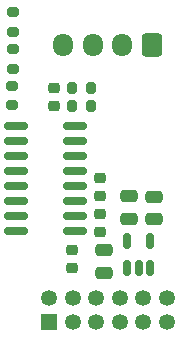
<source format=gbr>
%TF.GenerationSoftware,KiCad,Pcbnew,9.0.6*%
%TF.CreationDate,2025-12-29T21:28:49-05:00*%
%TF.ProjectId,plimsoll,706c696d-736f-46c6-9c2e-6b696361645f,rev?*%
%TF.SameCoordinates,Original*%
%TF.FileFunction,Soldermask,Top*%
%TF.FilePolarity,Negative*%
%FSLAX46Y46*%
G04 Gerber Fmt 4.6, Leading zero omitted, Abs format (unit mm)*
G04 Created by KiCad (PCBNEW 9.0.6) date 2025-12-29 21:28:49*
%MOMM*%
%LPD*%
G01*
G04 APERTURE LIST*
G04 Aperture macros list*
%AMRoundRect*
0 Rectangle with rounded corners*
0 $1 Rounding radius*
0 $2 $3 $4 $5 $6 $7 $8 $9 X,Y pos of 4 corners*
0 Add a 4 corners polygon primitive as box body*
4,1,4,$2,$3,$4,$5,$6,$7,$8,$9,$2,$3,0*
0 Add four circle primitives for the rounded corners*
1,1,$1+$1,$2,$3*
1,1,$1+$1,$4,$5*
1,1,$1+$1,$6,$7*
1,1,$1+$1,$8,$9*
0 Add four rect primitives between the rounded corners*
20,1,$1+$1,$2,$3,$4,$5,0*
20,1,$1+$1,$4,$5,$6,$7,0*
20,1,$1+$1,$6,$7,$8,$9,0*
20,1,$1+$1,$8,$9,$2,$3,0*%
G04 Aperture macros list end*
%ADD10RoundRect,0.200000X-0.275000X0.200000X-0.275000X-0.200000X0.275000X-0.200000X0.275000X0.200000X0*%
%ADD11RoundRect,0.250000X0.600000X0.725000X-0.600000X0.725000X-0.600000X-0.725000X0.600000X-0.725000X0*%
%ADD12O,1.700000X1.950000*%
%ADD13RoundRect,0.225000X0.250000X-0.225000X0.250000X0.225000X-0.250000X0.225000X-0.250000X-0.225000X0*%
%ADD14RoundRect,0.250000X0.475000X-0.250000X0.475000X0.250000X-0.475000X0.250000X-0.475000X-0.250000X0*%
%ADD15RoundRect,0.150000X0.150000X-0.512500X0.150000X0.512500X-0.150000X0.512500X-0.150000X-0.512500X0*%
%ADD16RoundRect,0.150000X0.850000X0.150000X-0.850000X0.150000X-0.850000X-0.150000X0.850000X-0.150000X0*%
%ADD17RoundRect,0.225000X-0.250000X0.225000X-0.250000X-0.225000X0.250000X-0.225000X0.250000X0.225000X0*%
%ADD18RoundRect,0.200000X0.275000X-0.200000X0.275000X0.200000X-0.275000X0.200000X-0.275000X-0.200000X0*%
%ADD19RoundRect,0.200000X-0.200000X-0.275000X0.200000X-0.275000X0.200000X0.275000X-0.200000X0.275000X0*%
%ADD20RoundRect,0.250000X-0.475000X0.250000X-0.475000X-0.250000X0.475000X-0.250000X0.475000X0.250000X0*%
%ADD21R,1.350000X1.350000*%
%ADD22C,1.350000*%
G04 APERTURE END LIST*
D10*
%TO.C,R12*%
X26370000Y-27460000D03*
X26370000Y-29110000D03*
%TD*%
D11*
%TO.C,J3*%
X38200000Y-24060000D03*
D12*
X35700000Y-24060000D03*
X33200000Y-24060000D03*
X30700000Y-24060000D03*
%TD*%
D13*
%TO.C,C8*%
X33800000Y-36850000D03*
X33800000Y-35300000D03*
%TD*%
D14*
%TO.C,C11*%
X38370000Y-38770000D03*
X38370000Y-36870000D03*
%TD*%
D10*
%TO.C,R11*%
X26450000Y-24375000D03*
X26450000Y-26025000D03*
%TD*%
D15*
%TO.C,U5*%
X36130000Y-42890000D03*
X37080000Y-42890000D03*
X38030000Y-42890000D03*
X38030000Y-40615000D03*
X36130000Y-40615000D03*
%TD*%
D16*
%TO.C,U6*%
X31700000Y-39780000D03*
X31700000Y-38510000D03*
X31700000Y-37240000D03*
X31700000Y-35970000D03*
X31700000Y-34700000D03*
X31700000Y-33430000D03*
X31700000Y-32160000D03*
X31700000Y-30890000D03*
X26700000Y-30890000D03*
X26700000Y-32160000D03*
X26700000Y-33430000D03*
X26700000Y-34700000D03*
X26700000Y-35970000D03*
X26700000Y-37240000D03*
X26700000Y-38510000D03*
X26700000Y-39780000D03*
%TD*%
D17*
%TO.C,C7*%
X29900000Y-27675000D03*
X29900000Y-29225000D03*
%TD*%
D18*
%TO.C,R10*%
X26450000Y-22925000D03*
X26450000Y-21275000D03*
%TD*%
D17*
%TO.C,C9*%
X31400000Y-41400000D03*
X31400000Y-42950000D03*
%TD*%
D19*
%TO.C,R8*%
X31400000Y-27700000D03*
X33050000Y-27700000D03*
%TD*%
%TO.C,R7*%
X31415000Y-29210000D03*
X33065000Y-29210000D03*
%TD*%
D17*
%TO.C,C12*%
X33800000Y-38300000D03*
X33800000Y-39850000D03*
%TD*%
D20*
%TO.C,C6*%
X34150000Y-41400000D03*
X34150000Y-43300000D03*
%TD*%
D14*
%TO.C,C10*%
X36240000Y-38750000D03*
X36240000Y-36850000D03*
%TD*%
D21*
%TO.C,J1*%
X29480000Y-47480000D03*
D22*
X29480000Y-45480000D03*
X31480000Y-47480000D03*
X31480000Y-45480000D03*
X33480000Y-47480000D03*
X33480000Y-45480000D03*
X35480000Y-47480000D03*
X35480000Y-45480000D03*
X37480000Y-47480000D03*
X37480000Y-45480000D03*
X39480000Y-47480000D03*
X39480000Y-45480000D03*
%TD*%
M02*

</source>
